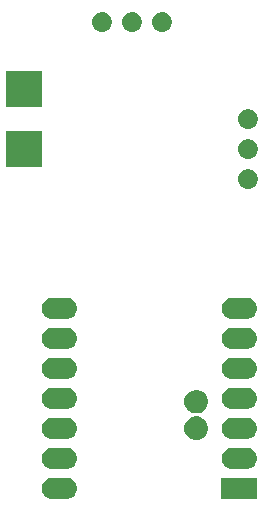
<source format=gbr>
%TF.GenerationSoftware,Flux,Pcbnew,9.0.1-9.0.1-0~ubuntu22.04.1*%
%TF.CreationDate,2025-07-26T15:57:40+00:00*%
%TF.ProjectId,input,696e7075-742e-46b6-9963-61645f706362,rev?*%
%TF.SameCoordinates,Original*%
%TF.FileFunction,Soldermask,Top*%
%TF.FilePolarity,Negative*%
%FSLAX46Y46*%
G04 Gerber Fmt 4.6, Leading zero omitted, Abs format (unit mm)*
G04 Filename: myoesp32*
G04 Build it with Flux! Visit our site at: https://www.flux.ai (PCBNEW 9.0.1-9.0.1-0~ubuntu22.04.1) date 2025-07-26 15:57:40*
%MOMM*%
%LPD*%
G01*
G04 APERTURE LIST*
%ADD10C,0.000000*%
G04 APERTURE END LIST*
D10*
%TO.C,*%
G36*
X9998272Y-11363740D02*
G01*
X10201743Y-11481212D01*
X10367877Y-11647344D01*
X10485352Y-11850813D01*
X10546163Y-12077754D01*
X10546164Y-12312701D01*
X10485357Y-12539643D01*
X10367885Y-12743114D01*
X10201754Y-12909248D01*
X9998284Y-13026723D01*
X9771343Y-13087534D01*
X9536396Y-13087536D01*
X8336396Y-13087544D01*
X8109454Y-13026737D01*
X7905983Y-12909265D01*
X7739849Y-12743134D01*
X7622374Y-12539664D01*
X7561564Y-12312723D01*
X7561562Y-12077776D01*
X7622369Y-11850834D01*
X7739841Y-11647363D01*
X7905973Y-11481229D01*
X8109442Y-11363754D01*
X8336383Y-11302944D01*
X9771330Y-11302933D01*
X9998272Y-11363740D01*
G37*
G36*
X-5241747Y-8823852D02*
G01*
X-5038276Y-8941324D01*
X-4872142Y-9107456D01*
X-4754667Y-9310925D01*
X-4693856Y-9537866D01*
X-4693854Y-9772813D01*
X-4754661Y-9999755D01*
X-4872134Y-10203226D01*
X-5038265Y-10369360D01*
X-5241734Y-10486835D01*
X-5468675Y-10547646D01*
X-5703623Y-10547648D01*
X-6903623Y-10547656D01*
X-7130565Y-10486849D01*
X-7334036Y-10369377D01*
X-7500170Y-10203246D01*
X-7617645Y-9999776D01*
X-7678455Y-9772835D01*
X-7678457Y-9537888D01*
X-7617650Y-9310946D01*
X-7500178Y-9107475D01*
X-7334046Y-8941341D01*
X-7130577Y-8823866D01*
X-6903636Y-8763056D01*
X-5468689Y-8763045D01*
X-5241747Y-8823852D01*
G37*
G36*
X-5241784Y-3743852D02*
G01*
X-5038313Y-3861324D01*
X-4872179Y-4027456D01*
X-4754704Y-4230925D01*
X-4693893Y-4457866D01*
X-4693892Y-4692813D01*
X-4754699Y-4919755D01*
X-4872171Y-5123226D01*
X-5038302Y-5289360D01*
X-5241772Y-5406835D01*
X-5468713Y-5467646D01*
X-5703660Y-5467648D01*
X-6903660Y-5467656D01*
X-7130602Y-5406849D01*
X-7334073Y-5289377D01*
X-7500207Y-5123246D01*
X-7617682Y-4919776D01*
X-7678492Y-4692835D01*
X-7678494Y-4457888D01*
X-7617687Y-4230946D01*
X-7500215Y-4027475D01*
X-7334083Y-3861341D01*
X-7130614Y-3743866D01*
X-6903673Y-3683056D01*
X-5468726Y-3683045D01*
X-5241784Y-3743852D01*
G37*
G36*
X-5241709Y-13903852D02*
G01*
X-5038238Y-14021324D01*
X-4872104Y-14187456D01*
X-4754629Y-14390925D01*
X-4693819Y-14617866D01*
X-4693817Y-14852813D01*
X-4754624Y-15079755D01*
X-4872096Y-15283226D01*
X-5038228Y-15449360D01*
X-5241697Y-15566835D01*
X-5468638Y-15627646D01*
X-5703585Y-15627648D01*
X-6903585Y-15627656D01*
X-7130527Y-15566849D01*
X-7333998Y-15449377D01*
X-7500132Y-15283246D01*
X-7617607Y-15079776D01*
X-7678418Y-14852835D01*
X-7678419Y-14617888D01*
X-7617612Y-14390946D01*
X-7500140Y-14187475D01*
X-7334009Y-14021341D01*
X-7130539Y-13903866D01*
X-6903598Y-13843056D01*
X-5468651Y-13843045D01*
X-5241709Y-13903852D01*
G37*
G36*
X-5241803Y-1203852D02*
G01*
X-5038332Y-1321324D01*
X-4872198Y-1487456D01*
X-4754723Y-1690925D01*
X-4693912Y-1917866D01*
X-4693910Y-2152813D01*
X-4754717Y-2379755D01*
X-4872190Y-2583226D01*
X-5038321Y-2749360D01*
X-5241790Y-2866835D01*
X-5468731Y-2927646D01*
X-5703679Y-2927648D01*
X-6903679Y-2927656D01*
X-7130621Y-2866849D01*
X-7334092Y-2749377D01*
X-7500226Y-2583246D01*
X-7617701Y-2379776D01*
X-7678511Y-2152835D01*
X-7678513Y-1917888D01*
X-7617706Y-1690946D01*
X-7500234Y-1487475D01*
X-7334102Y-1321341D01*
X-7130633Y-1203866D01*
X-6903692Y-1143056D01*
X-5468745Y-1143045D01*
X-5241803Y-1203852D01*
G37*
G36*
X-5241765Y-6283852D02*
G01*
X-5038294Y-6401324D01*
X-4872160Y-6567456D01*
X-4754685Y-6770925D01*
X-4693875Y-6997866D01*
X-4693873Y-7232813D01*
X-4754680Y-7459755D01*
X-4872152Y-7663226D01*
X-5038284Y-7829360D01*
X-5241753Y-7946835D01*
X-5468694Y-8007646D01*
X-5703641Y-8007648D01*
X-6903641Y-8007656D01*
X-7130583Y-7946849D01*
X-7334054Y-7829377D01*
X-7500188Y-7663246D01*
X-7617663Y-7459776D01*
X-7678474Y-7232835D01*
X-7678475Y-6997888D01*
X-7617668Y-6770946D01*
X-7500196Y-6567475D01*
X-7334065Y-6401341D01*
X-7130595Y-6283866D01*
X-6903654Y-6223056D01*
X-5468707Y-6223045D01*
X-5241765Y-6283852D01*
G37*
G36*
X9998179Y1336260D02*
G01*
X10201650Y1218788D01*
X10367784Y1052656D01*
X10485259Y849187D01*
X10546069Y622246D01*
X10546071Y387299D01*
X10485264Y160357D01*
X10367792Y-43114D01*
X10201660Y-209248D01*
X9998191Y-326723D01*
X9771250Y-387534D01*
X9536303Y-387536D01*
X8336303Y-387544D01*
X8109361Y-326737D01*
X7905890Y-209265D01*
X7739756Y-43134D01*
X7622281Y160336D01*
X7561470Y387277D01*
X7561469Y622224D01*
X7622276Y849166D01*
X7739748Y1052637D01*
X7905879Y1218771D01*
X8109349Y1336246D01*
X8336290Y1397056D01*
X9771237Y1397067D01*
X9998179Y1336260D01*
G37*
G36*
X-5241821Y1336148D02*
G01*
X-5038350Y1218676D01*
X-4872216Y1052544D01*
X-4754741Y849075D01*
X-4693931Y622134D01*
X-4693929Y387187D01*
X-4754736Y160245D01*
X-4872208Y-43226D01*
X-5038340Y-209360D01*
X-5241809Y-326835D01*
X-5468750Y-387646D01*
X-5703697Y-387648D01*
X-6903697Y-387656D01*
X-7130639Y-326849D01*
X-7334110Y-209377D01*
X-7500244Y-43246D01*
X-7617719Y160224D01*
X-7678530Y387165D01*
X-7678531Y622112D01*
X-7617724Y849054D01*
X-7500252Y1052525D01*
X-7334121Y1218659D01*
X-7130651Y1336134D01*
X-6903710Y1396944D01*
X-5468763Y1396955D01*
X-5241821Y1336148D01*
G37*
G36*
X9998216Y-3743740D02*
G01*
X10201687Y-3861212D01*
X10367821Y-4027344D01*
X10485296Y-4230813D01*
X10546107Y-4457754D01*
X10546108Y-4692701D01*
X10485301Y-4919643D01*
X10367829Y-5123114D01*
X10201698Y-5289248D01*
X9998228Y-5406723D01*
X9771287Y-5467534D01*
X9536340Y-5467536D01*
X8336340Y-5467544D01*
X8109398Y-5406737D01*
X7905927Y-5289265D01*
X7739793Y-5123134D01*
X7622318Y-4919664D01*
X7561508Y-4692723D01*
X7561506Y-4457776D01*
X7622313Y-4230834D01*
X7739785Y-4027363D01*
X7905917Y-3861229D01*
X8109386Y-3743754D01*
X8336327Y-3682944D01*
X9771274Y-3682933D01*
X9998216Y-3743740D01*
G37*
G36*
X9998197Y-1203740D02*
G01*
X10201668Y-1321212D01*
X10367802Y-1487344D01*
X10485277Y-1690813D01*
X10546088Y-1917754D01*
X10546090Y-2152701D01*
X10485283Y-2379643D01*
X10367810Y-2583114D01*
X10201679Y-2749248D01*
X9998210Y-2866723D01*
X9771269Y-2927534D01*
X9536321Y-2927536D01*
X8336321Y-2927544D01*
X8109379Y-2866737D01*
X7905908Y-2749265D01*
X7739774Y-2583134D01*
X7622299Y-2379664D01*
X7561489Y-2152723D01*
X7561487Y-1917776D01*
X7622294Y-1690834D01*
X7739766Y-1487363D01*
X7905898Y-1321229D01*
X8109367Y-1203754D01*
X8336308Y-1142944D01*
X9771255Y-1142933D01*
X9998197Y-1203740D01*
G37*
G36*
X10553888Y-15635228D02*
G01*
X7553888Y-15635250D01*
X7553875Y-13835250D01*
X10553875Y-13835228D01*
X10553888Y-15635228D01*
G37*
G36*
X9998253Y-8823740D02*
G01*
X10201724Y-8941212D01*
X10367858Y-9107344D01*
X10485333Y-9310813D01*
X10546144Y-9537754D01*
X10546146Y-9772701D01*
X10485339Y-9999643D01*
X10367866Y-10203114D01*
X10201735Y-10369248D01*
X9998266Y-10486723D01*
X9771325Y-10547534D01*
X9536377Y-10547536D01*
X8336377Y-10547544D01*
X8109435Y-10486737D01*
X7905964Y-10369265D01*
X7739830Y-10203134D01*
X7622355Y-9999664D01*
X7561545Y-9772723D01*
X7561543Y-9537776D01*
X7622350Y-9310834D01*
X7739822Y-9107363D01*
X7905954Y-8941229D01*
X8109423Y-8823754D01*
X8336364Y-8762944D01*
X9771311Y-8762933D01*
X9998253Y-8823740D01*
G37*
G36*
X-5241728Y-11363852D02*
G01*
X-5038257Y-11481324D01*
X-4872123Y-11647456D01*
X-4754648Y-11850925D01*
X-4693837Y-12077866D01*
X-4693836Y-12312813D01*
X-4754643Y-12539755D01*
X-4872115Y-12743226D01*
X-5038246Y-12909360D01*
X-5241716Y-13026835D01*
X-5468657Y-13087646D01*
X-5703604Y-13087648D01*
X-6903604Y-13087656D01*
X-7130546Y-13026849D01*
X-7334017Y-12909377D01*
X-7500151Y-12743246D01*
X-7617626Y-12539776D01*
X-7678436Y-12312835D01*
X-7678438Y-12077888D01*
X-7617631Y-11850946D01*
X-7500159Y-11647475D01*
X-7334027Y-11481341D01*
X-7130558Y-11363866D01*
X-6903617Y-11303056D01*
X-5468670Y-11303045D01*
X-5241728Y-11363852D01*
G37*
G36*
X9998235Y-6283740D02*
G01*
X10201706Y-6401212D01*
X10367840Y-6567344D01*
X10485315Y-6770813D01*
X10546125Y-6997754D01*
X10546127Y-7232701D01*
X10485320Y-7459643D01*
X10367848Y-7663114D01*
X10201716Y-7829248D01*
X9998247Y-7946723D01*
X9771306Y-8007534D01*
X9536359Y-8007536D01*
X8336359Y-8007544D01*
X8109417Y-7946737D01*
X7905946Y-7829265D01*
X7739812Y-7663134D01*
X7622337Y-7459664D01*
X7561526Y-7232723D01*
X7561525Y-6997776D01*
X7622332Y-6770834D01*
X7739804Y-6567363D01*
X7905935Y-6401229D01*
X8109405Y-6283754D01*
X8336346Y-6222944D01*
X9771293Y-6222933D01*
X9998235Y-6283740D01*
G37*
G36*
X5794410Y-6485800D02*
G01*
X6020488Y-6616326D01*
X6205080Y-6800918D01*
X6335606Y-7026996D01*
X6403172Y-7279153D01*
X6403172Y-7540205D01*
X6335607Y-7792363D01*
X6205081Y-8018441D01*
X6020489Y-8203033D01*
X5794412Y-8333559D01*
X5542254Y-8401125D01*
X5281202Y-8401125D01*
X5029045Y-8333560D01*
X4802967Y-8203034D01*
X4618374Y-8018442D01*
X4487848Y-7792364D01*
X4420282Y-7540207D01*
X4420282Y-7279155D01*
X4487847Y-7026998D01*
X4618373Y-6800920D01*
X4802965Y-6616327D01*
X5029043Y-6485801D01*
X5281200Y-6418235D01*
X5542252Y-6418235D01*
X5794410Y-6485800D01*
G37*
G36*
X5794418Y-8731500D02*
G01*
X6020496Y-8862026D01*
X6205088Y-9046618D01*
X6335615Y-9272696D01*
X6403180Y-9524853D01*
X6403180Y-9785905D01*
X6335615Y-10038063D01*
X6205089Y-10264141D01*
X6020498Y-10448733D01*
X5794420Y-10579259D01*
X5542263Y-10646825D01*
X5281210Y-10646825D01*
X5029053Y-10579260D01*
X4802975Y-10448734D01*
X4618383Y-10264142D01*
X4487856Y-10038064D01*
X4420291Y-9785907D01*
X4420290Y-9524855D01*
X4487856Y-9272698D01*
X4618382Y-9046620D01*
X4802973Y-8862027D01*
X5029051Y-8731501D01*
X5281208Y-8663935D01*
X5542261Y-8663935D01*
X5794418Y-8731500D01*
G37*
G36*
X10141820Y14781934D02*
G01*
X10333986Y14670986D01*
X10490890Y14514083D01*
X10601837Y14321917D01*
X10659267Y14107583D01*
X10659267Y13885689D01*
X10601837Y13671355D01*
X10490890Y13479189D01*
X10333986Y13322286D01*
X10141820Y13211338D01*
X9927487Y13153908D01*
X9705592Y13153908D01*
X9491258Y13211338D01*
X9299092Y13322286D01*
X9142189Y13479189D01*
X9031242Y13671355D01*
X8973811Y13885689D01*
X8973811Y14107583D01*
X9031242Y14321917D01*
X9142189Y14514083D01*
X9299092Y14670986D01*
X9491258Y14781934D01*
X9705592Y14839364D01*
X9927487Y14839364D01*
X10141820Y14781934D01*
G37*
G36*
X10141820Y17321934D02*
G01*
X10333986Y17210986D01*
X10490890Y17054083D01*
X10601837Y16861917D01*
X10659267Y16647583D01*
X10659267Y16425689D01*
X10601837Y16211355D01*
X10490890Y16019189D01*
X10333986Y15862286D01*
X10141820Y15751338D01*
X9927487Y15693908D01*
X9705592Y15693908D01*
X9491258Y15751338D01*
X9299092Y15862286D01*
X9142189Y16019189D01*
X9031242Y16211355D01*
X8973811Y16425689D01*
X8973811Y16647583D01*
X9031242Y16861917D01*
X9142189Y17054083D01*
X9299092Y17210986D01*
X9491258Y17321934D01*
X9705592Y17379364D01*
X9927487Y17379364D01*
X10141820Y17321934D01*
G37*
G36*
X10141820Y12241934D02*
G01*
X10333986Y12130986D01*
X10490890Y11974083D01*
X10601837Y11781917D01*
X10659267Y11567583D01*
X10659267Y11345689D01*
X10601837Y11131355D01*
X10490890Y10939189D01*
X10333986Y10782286D01*
X10141820Y10671338D01*
X9927487Y10613908D01*
X9705592Y10613908D01*
X9491258Y10671338D01*
X9299092Y10782286D01*
X9142189Y10939189D01*
X9031242Y11131355D01*
X8973811Y11345689D01*
X8973811Y11567583D01*
X9031242Y11781917D01*
X9142189Y11974083D01*
X9299092Y12130986D01*
X9491258Y12241934D01*
X9705592Y12299364D01*
X9927487Y12299364D01*
X10141820Y12241934D01*
G37*
G36*
X324887Y25533999D02*
G01*
X517054Y25423052D01*
X673958Y25266150D01*
X784906Y25073984D01*
X842337Y24859650D01*
X842338Y24637756D01*
X784908Y24423422D01*
X673961Y24231255D01*
X517059Y24074352D01*
X324893Y23963404D01*
X110559Y23905972D01*
X-111335Y23905971D01*
X-325669Y23963401D01*
X-517836Y24074348D01*
X-674739Y24231250D01*
X-785687Y24423416D01*
X-843119Y24637750D01*
X-843119Y24859644D01*
X-785690Y25073978D01*
X-674743Y25266145D01*
X-517841Y25423048D01*
X-325675Y25533996D01*
X-111341Y25591428D01*
X110553Y25591429D01*
X324887Y25533999D01*
G37*
G36*
X-2215113Y25533989D02*
G01*
X-2022946Y25423043D01*
X-1866042Y25266140D01*
X-1755094Y25073974D01*
X-1697663Y24859641D01*
X-1697662Y24637747D01*
X-1755092Y24423413D01*
X-1866039Y24231246D01*
X-2022941Y24074342D01*
X-2215107Y23963394D01*
X-2429441Y23905963D01*
X-2651335Y23905962D01*
X-2865669Y23963392D01*
X-3057836Y24074338D01*
X-3214739Y24231241D01*
X-3325687Y24423407D01*
X-3383119Y24637740D01*
X-3383119Y24859635D01*
X-3325690Y25073969D01*
X-3214743Y25266135D01*
X-3057841Y25423039D01*
X-2865675Y25533987D01*
X-2651341Y25591418D01*
X-2429447Y25591419D01*
X-2215113Y25533989D01*
G37*
G36*
X2864887Y25534008D02*
G01*
X3057054Y25423062D01*
X3213958Y25266159D01*
X3324906Y25073993D01*
X3382337Y24859660D01*
X3382338Y24637765D01*
X3324908Y24423431D01*
X3213961Y24231265D01*
X3057059Y24074361D01*
X2864893Y23963413D01*
X2650559Y23905982D01*
X2428665Y23905981D01*
X2214331Y23963411D01*
X2022164Y24074357D01*
X1865261Y24231260D01*
X1754313Y24423426D01*
X1696881Y24637759D01*
X1696881Y24859653D01*
X1754310Y25073987D01*
X1865257Y25266154D01*
X2022159Y25423058D01*
X2214325Y25534006D01*
X2428659Y25591437D01*
X2650553Y25591438D01*
X2864887Y25534008D01*
G37*
G36*
X-7660765Y17577072D02*
G01*
X-10660765Y17577061D01*
X-10660776Y20577061D01*
X-7660776Y20577072D01*
X-7660765Y17577072D01*
G37*
G36*
X-7660746Y12497072D02*
G01*
X-10660746Y12497061D01*
X-10660757Y15497061D01*
X-7660757Y15497072D01*
X-7660746Y12497072D01*
G37*
%TD*%
M02*

</source>
